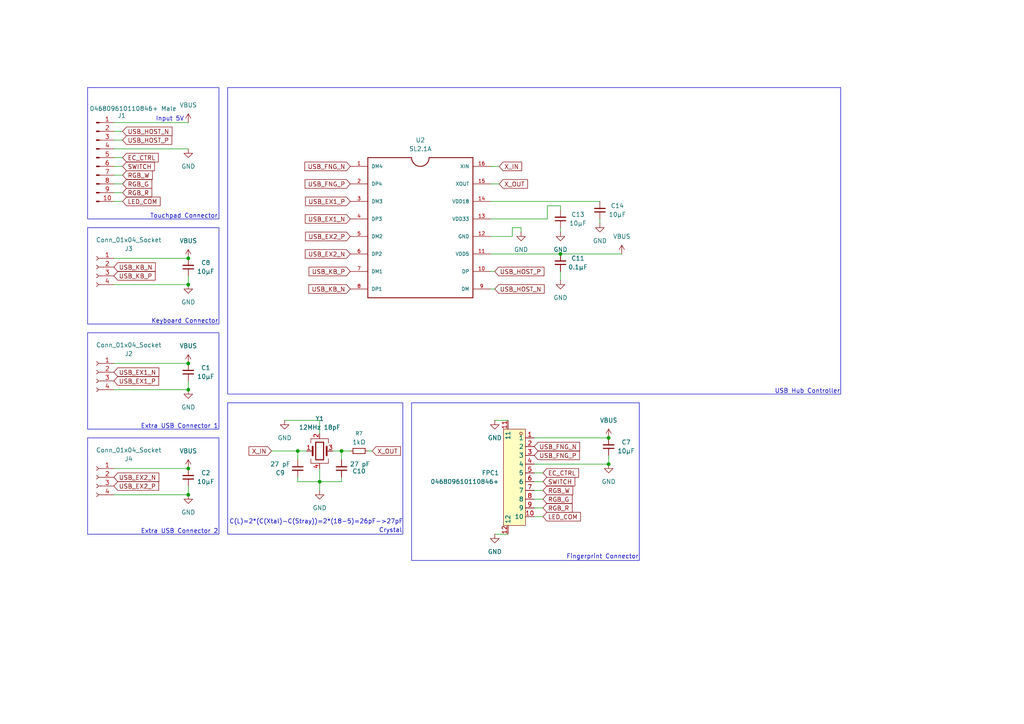
<source format=kicad_sch>
(kicad_sch (version 20250114) (generator "eeschema") (generator_version "9.0")
  (paper "A4")
  (lib_symbols
    (symbol "Connector:Conn_01x04_Socket" (pin_names (offset 1.016) (hide yes))
      (property "Reference" "J" (at 0 5.08 0))
      (property "Value" "Conn_01x04_Socket" (at 0 -7.62 0))
      (symbol "Conn_01x04_Socket_1_1"
        (polyline (pts (xy -1.27 2.54) (xy -0.508 2.54)) (stroke (width 0.1524)))
        (polyline (pts (xy -1.27 0) (xy -0.508 0)) (stroke (width 0.1524)))
        (polyline (pts (xy -1.27 -2.54) (xy -0.508 -2.54)) (stroke (width 0.1524)))
        (polyline (pts (xy -1.27 -5.08) (xy -0.508 -5.08)) (stroke (width 0.1524)))
        (arc (start 0 2.032) (mid -0.5058 2.54) (end 0 3.048) (stroke (width 0.1524)))
        (arc (start 0 -0.508) (mid -0.5058 0) (end 0 0.508) (stroke (width 0.1524)))
        (arc (start 0 -3.048) (mid -0.5058 -2.54) (end 0 -2.032) (stroke (width 0.1524)))
        (arc (start 0 -5.588) (mid -0.5058 -5.08) (end 0 -4.572) (stroke (width 0.1524)))
        (pin passive line (at -5.08 2.54 0) (length 3.81) (name "Pin_1") (number "1"))
        (pin passive line (at -5.08 0 0) (length 3.81) (name "Pin_2") (number "2"))
        (pin passive line (at -5.08 -2.54 0) (length 3.81) (name "Pin_3") (number "3"))
        (pin passive line (at -5.08 -5.08 0) (length 3.81) (name "Pin_4") (number "4"))
      )
    )
    (symbol "Connector:Conn_01x10_Pin" (pin_names (offset 1.016) (hide yes))
      (property "Reference" "J" (at 0 12.7 0))
      (property "Value" "Conn_01x10_Pin" (at 0 -15.24 0))
      (symbol "Conn_01x10_Pin_1_1"
        (rectangle (start 0.8636 10.287) (end 0 10.033) (stroke (width 0.1524)) (fill (type outline)))
        (rectangle (start 0.8636 7.747) (end 0 7.493) (stroke (width 0.1524)) (fill (type outline)))
        (rectangle (start 0.8636 5.207) (end 0 4.953) (stroke (width 0.1524)) (fill (type outline)))
        (rectangle (start 0.8636 2.667) (end 0 2.413) (stroke (width 0.1524)) (fill (type outline)))
        (rectangle (start 0.8636 0.127) (end 0 -0.127) (stroke (width 0.1524)) (fill (type outline)))
        (rectangle (start 0.8636 -2.413) (end 0 -2.667) (stroke (width 0.1524)) (fill (type outline)))
        (rectangle (start 0.8636 -4.953) (end 0 -5.207) (stroke (width 0.1524)) (fill (type outline)))
        (rectangle (start 0.8636 -7.493) (end 0 -7.747) (stroke (width 0.1524)) (fill (type outline)))
        (rectangle (start 0.8636 -10.033) (end 0 -10.287) (stroke (width 0.1524)) (fill (type outline)))
        (rectangle (start 0.8636 -12.573) (end 0 -12.827) (stroke (width 0.1524)) (fill (type outline)))
        (polyline (pts (xy 1.27 10.16) (xy 0.8636 10.16)) (stroke (width 0.1524)))
        (polyline (pts (xy 1.27 7.62) (xy 0.8636 7.62)) (stroke (width 0.1524)))
        (polyline (pts (xy 1.27 5.08) (xy 0.8636 5.08)) (stroke (width 0.1524)))
        (polyline (pts (xy 1.27 2.54) (xy 0.8636 2.54)) (stroke (width 0.1524)))
        (polyline (pts (xy 1.27 0) (xy 0.8636 0)) (stroke (width 0.1524)))
        (polyline (pts (xy 1.27 -2.54) (xy 0.8636 -2.54)) (stroke (width 0.1524)))
        (polyline (pts (xy 1.27 -5.08) (xy 0.8636 -5.08)) (stroke (width 0.1524)))
        (polyline (pts (xy 1.27 -7.62) (xy 0.8636 -7.62)) (stroke (width 0.1524)))
        (polyline (pts (xy 1.27 -10.16) (xy 0.8636 -10.16)) (stroke (width 0.1524)))
        (polyline (pts (xy 1.27 -12.7) (xy 0.8636 -12.7)) (stroke (width 0.1524)))
        (pin passive line (at 5.08 10.16 180) (length 3.81) (name "Pin_1") (number "1"))
        (pin passive line (at 5.08 7.62 180) (length 3.81) (name "Pin_2") (number "2"))
        (pin passive line (at 5.08 5.08 180) (length 3.81) (name "Pin_3") (number "3"))
        (pin passive line (at 5.08 2.54 180) (length 3.81) (name "Pin_4") (number "4"))
        (pin passive line (at 5.08 0 180) (length 3.81) (name "Pin_5") (number "5"))
        (pin passive line (at 5.08 -2.54 180) (length 3.81) (name "Pin_6") (number "6"))
        (pin passive line (at 5.08 -5.08 180) (length 3.81) (name "Pin_7") (number "7"))
        (pin passive line (at 5.08 -7.62 180) (length 3.81) (name "Pin_8") (number "8"))
        (pin passive line (at 5.08 -10.16 180) (length 3.81) (name "Pin_9") (number "9"))
        (pin passive line (at 5.08 -12.7 180) (length 3.81) (name "Pin_10") (number "10"))
      )
    )
    (symbol "Device:C_Small" (pin_numbers (hide yes)) (pin_names (offset 0.254) (hide yes))
      (property "Reference" "C" (at 0.254 1.778 0))
      (property "Value" "C_Small" (at 0.254 -2.032 0))
      (symbol "C_Small_0_1"
        (polyline (pts (xy -1.524 0.508) (xy 1.524 0.508)) (stroke (width 0.3048)))
        (polyline (pts (xy -1.524 -0.508) (xy 1.524 -0.508)) (stroke (width 0.3302)))
      )
      (symbol "C_Small_1_1"
        (pin passive line (at 0 2.54 270) (length 2.032) (name "~") (number "1"))
        (pin passive line (at 0 -2.54 90) (length 2.032) (name "~") (number "2"))
      )
    )
    (symbol "Device:Crystal_GND24" (pin_names (offset 1.016) (hide yes))
      (property "Reference" "Y" (at 3.175 5.08 0))
      (property "Value" "Crystal_GND24" (at 3.175 3.175 0))
      (symbol "Crystal_GND24_0_1"
        (polyline (pts (xy -2.54 2.286) (xy -2.54 3.556) (xy 2.54 3.556) (xy 2.54 2.286)))
        (polyline (pts (xy -2.54 0) (xy -2.032 0)))
        (polyline (pts (xy -2.54 -2.286) (xy -2.54 -3.556) (xy 2.54 -3.556) (xy 2.54 -2.286)))
        (polyline (pts (xy -2.032 -1.27) (xy -2.032 1.27)) (stroke (width 0.508)))
        (rectangle (start -1.143 2.54) (end 1.143 -2.54) (stroke (width 0.3048)))
        (polyline (pts (xy 0 3.556) (xy 0 3.81)))
        (polyline (pts (xy 0 -3.81) (xy 0 -3.556)))
        (polyline (pts (xy 2.032 0) (xy 2.54 0)))
        (polyline (pts (xy 2.032 -1.27) (xy 2.032 1.27)) (stroke (width 0.508)))
      )
      (symbol "Crystal_GND24_1_1"
        (pin passive line (at -3.81 0 0) (length 1.27) (name "1") (number "1"))
        (pin passive line (at 0 5.08 270) (length 1.27) (name "2") (number "2"))
        (pin passive line (at 0 -5.08 90) (length 1.27) (name "4") (number "4"))
        (pin passive line (at 3.81 0 180) (length 1.27) (name "3") (number "3"))
      )
    )
    (symbol "Device:R_Small" (pin_numbers (hide yes)) (pin_names (offset 0.254) (hide yes))
      (property "Reference" "R" (at 0 0 90))
      (property "Value" "R_Small" (at 1.778 0 90))
      (symbol "R_Small_0_1"
        (rectangle (start -0.762 1.778) (end 0.762 -1.778) (stroke (width 0.2032)))
      )
      (symbol "R_Small_1_1"
        (pin passive line (at 0 2.54 270) (length 0.762) (name "~") (number "1"))
        (pin passive line (at 0 -2.54 90) (length 0.762) (name "~") (number "2"))
      )
    )
    (symbol "SL2.1A:SL2.1A" (pin_names (offset 1.016))
      (property "Reference" "U" (at 0 22.86 0))
      (property "Value" "SL2.1A" (at 0 -22.86 0))
      (symbol "SL2.1A_0_0"
        (polyline (pts (xy -15.24 20.32) (xy -15.24 -20.32)) (stroke (width 0.254)))
        (polyline (pts (xy -15.24 -20.32) (xy 15.24 -20.32)) (stroke (width 0.254)))
        (polyline (pts (xy -2.54 20.32) (xy -15.24 20.32)) (stroke (width 0.254)))
        (arc (start 2.54 20.32) (mid 0 17.791) (end -2.54 20.32) (stroke (width 0.254)))
        (polyline (pts (xy 15.24 20.32) (xy 2.54 20.32)) (stroke (width 0.254)))
        (polyline (pts (xy 15.24 -20.32) (xy 15.24 20.32)) (stroke (width 0.254)))
        (pin bidirectional line (at -20.32 17.78 0) (length 5.08) (name "DM4") (number "1"))
        (pin bidirectional line (at -20.32 12.7 0) (length 5.08) (name "DP4") (number "2"))
        (pin bidirectional line (at -20.32 7.62 0) (length 5.08) (name "DM3") (number "3"))
        (pin bidirectional line (at -20.32 2.54 0) (length 5.08) (name "DP3") (number "4"))
        (pin bidirectional line (at -20.32 -2.54 0) (length 5.08) (name "DM2") (number "5"))
        (pin bidirectional line (at -20.32 -7.62 0) (length 5.08) (name "DP2") (number "6"))
        (pin bidirectional line (at -20.32 -12.7 0) (length 5.08) (name "DM1") (number "7"))
        (pin bidirectional line (at -20.32 -17.78 0) (length 5.08) (name "DP1") (number "8"))
        (pin bidirectional line (at 20.32 17.78 180) (length 5.08) (name "XIN") (number "16"))
        (pin bidirectional line (at 20.32 12.7 180) (length 5.08) (name "XOUT") (number "15"))
        (pin bidirectional line (at 20.32 7.62 180) (length 5.08) (name "VDD18") (number "14"))
        (pin bidirectional line (at 20.32 2.54 180) (length 5.08) (name "VDD33") (number "13"))
        (pin bidirectional line (at 20.32 -2.54 180) (length 5.08) (name "GND") (number "12"))
        (pin bidirectional line (at 20.32 -7.62 180) (length 5.08) (name "VDD5") (number "11"))
        (pin bidirectional line (at 20.32 -12.7 180) (length 5.08) (name "DP") (number "10"))
        (pin bidirectional line (at 20.32 -17.78 180) (length 5.08) (name "DM") (number "9"))
      )
    )
    (symbol "easyeda2kicad:046809610110846+"
      (property "Reference" "FPC" (at 0 21.59 0))
      (property "Value" "046809610110846+" (at 0 -21.59 0))
      (symbol "046809610110846+_0_1"
        (rectangle (start -1.27 13.97) (end 5.08 -13.97) (fill (type background)))
        (circle (center 0 12.7) (radius 0.38))
        (pin unspecified line (at -3.81 11.43 0) (length 2.54) (name "1") (number "1"))
        (pin unspecified line (at -3.81 8.89 0) (length 2.54) (name "2") (number "2"))
        (pin unspecified line (at -3.81 6.35 0) (length 2.54) (name "3") (number "3"))
        (pin unspecified line (at -3.81 3.81 0) (length 2.54) (name "4") (number "4"))
        (pin unspecified line (at -3.81 1.27 0) (length 2.54) (name "5") (number "5"))
        (pin unspecified line (at -3.81 -1.27 0) (length 2.54) (name "6") (number "6"))
        (pin unspecified line (at -3.81 -3.81 0) (length 2.54) (name "7") (number "7"))
        (pin unspecified line (at -3.81 -6.35 0) (length 2.54) (name "8") (number "8"))
        (pin unspecified line (at -3.81 -8.89 0) (length 2.54) (name "9") (number "9"))
        (pin unspecified line (at -3.81 -11.43 0) (length 2.54) (name "10") (number "10"))
        (pin unspecified line (at 3.81 16.51 270) (length 2.54) (name "11") (number "11"))
        (pin unspecified line (at 3.81 -16.51 90) (length 2.54) (name "12") (number "12"))
      )
    )
    (symbol "power:GND" (power) (pin_numbers (hide yes)) (pin_names (offset 0) (hide yes))
      (property "Value" "GND" (at 0 -3.81 0))
      (symbol "GND_0_1"
        (polyline (pts (xy 0 0) (xy 0 -1.27) (xy 1.27 -1.27) (xy 0 -2.54) (xy -1.27 -1.27) (xy 0 -1.27)))
      )
      (symbol "GND_1_1"
        (pin power_in line (at 0 0 270) (length 0) (name "~") (number "1"))
      )
    )
    (symbol "power:VBUS" (power) (pin_numbers (hide yes)) (pin_names (offset 0) (hide yes))
      (property "Value" "VBUS" (at 0 3.556 0))
      (symbol "VBUS_0_1"
        (polyline (pts (xy -0.762 1.27) (xy 0 2.54)))
        (polyline (pts (xy 0 2.54) (xy 0.762 1.27)))
        (polyline (pts (xy 0 0) (xy 0 2.54)))
      )
      (symbol "VBUS_1_1"
        (pin power_in line (at 0 0 90) (length 0) (name "~") (number "1"))
      )
    )
  )
  (rectangle (start 66.04 116.84) (end 116.84 154.94))
  (rectangle (start 25.4 127) (end 63.5 154.94))
  (rectangle (start 66.04 25.4) (end 243.84 114.3))
  (rectangle (start 25.4 25.4) (end 63.5 63.5))
  (rectangle (start 25.4 66.04) (end 63.5 93.98))
  (rectangle (start 25.4 96.52) (end 63.5 124.46))
  (rectangle (start 119.38 116.84) (end 185.42 162.56))
  (text "USB Hub Controller" (at 234.188 113.538 0) (effects (font (size 1.27 1.27))))
  (text "Extra USB Connector 1" (at 52.07 123.698 0) (effects (font (size 1.27 1.27))))
  (text "Keyboard Connector" (at 53.594 93.218 0) (effects (font (size 1.27 1.27))))
  (text "Extra USB Connector 2" (at 52.07 154.178 0) (effects (font (size 1.27 1.27))))
  (text "Crystal" (at 113.284 153.924 0) (effects (font (size 1.27 1.27))))
  (text "Touchpad Connector" (at 53.34 62.738 0) (effects (font (size 1.27 1.27))))
  (text "Fingerprint Connector" (at 174.752 161.544 0) (effects (font (size 1.27 1.27))))
  (text "C(L)=2*(C(Xtal)-C(Stray))=2*(18-5)=26pF->27pF" (at 91.694 151.384 0) (effects (font (size 1.27 1.27))))
  (text "Input 5V" (at 49.276 34.544 0) (effects (font (size 1.27 1.27))))
  (junction (at 176.53 134.62))
  (junction (at 54.61 135.89))
  (junction (at 99.06 130.81))
  (junction (at 162.56 73.66))
  (junction (at 86.36 130.81))
  (junction (at 54.61 105.41))
  (junction (at 54.61 74.93))
  (junction (at 176.53 127))
  (junction (at 92.71 139.7))
  (junction (at 54.61 113.03))
  (junction (at 54.61 82.55))
  (junction (at 54.61 143.51))
  (wire (pts (xy 99.06 130.81) (xy 99.06 133.35)))
  (wire (pts (xy 151.13 66.04) (xy 151.13 67.31)))
  (wire (pts (xy 54.61 74.93) (xy 33.02 74.93)))
  (wire (pts (xy 54.61 110.49) (xy 54.61 113.03)))
  (wire (pts (xy 144.78 48.26) (xy 142.24 48.26)))
  (wire (pts (xy 35.56 40.64) (xy 33.02 40.64)))
  (wire (pts (xy 96.52 130.81) (xy 99.06 130.81)))
  (wire (pts (xy 162.56 73.66) (xy 180.34 73.66)))
  (wire (pts (xy 35.56 38.1) (xy 33.02 38.1)))
  (wire (pts (xy 86.36 139.7) (xy 86.36 138.43)))
  (wire (pts (xy 92.71 125.73) (xy 92.71 121.92)))
  (wire (pts (xy 143.51 78.74) (xy 142.24 78.74)))
  (wire (pts (xy 142.24 58.42) (xy 173.99 58.42)))
  (wire (pts (xy 92.71 121.92) (xy 82.55 121.92)))
  (wire (pts (xy 173.99 64.77) (xy 173.99 63.5)))
  (wire (pts (xy 54.61 80.01) (xy 54.61 82.55)))
  (wire (pts (xy 54.61 105.41) (xy 33.02 105.41)))
  (wire (pts (xy 33.02 143.51) (xy 54.61 143.51)))
  (wire (pts (xy 162.56 67.31) (xy 162.56 66.04)))
  (wire (pts (xy 106.68 130.81) (xy 107.95 130.81)))
  (wire (pts (xy 157.48 147.32) (xy 154.94 147.32)))
  (wire (pts (xy 92.71 135.89) (xy 92.71 139.7)))
  (wire (pts (xy 157.48 142.24) (xy 154.94 142.24)))
  (wire (pts (xy 35.56 48.26) (xy 33.02 48.26)))
  (wire (pts (xy 148.59 66.04) (xy 148.59 68.58)))
  (wire (pts (xy 35.56 55.88) (xy 33.02 55.88)))
  (wire (pts (xy 54.61 43.18) (xy 33.02 43.18)))
  (wire (pts (xy 158.75 59.69) (xy 158.75 63.5)))
  (wire (pts (xy 157.48 144.78) (xy 154.94 144.78)))
  (wire (pts (xy 35.56 50.8) (xy 33.02 50.8)))
  (wire (pts (xy 33.02 82.55) (xy 54.61 82.55)))
  (wire (pts (xy 54.61 140.97) (xy 54.61 143.51)))
  (wire (pts (xy 162.56 59.69) (xy 162.56 60.96)))
  (wire (pts (xy 33.02 113.03) (xy 54.61 113.03)))
  (wire (pts (xy 86.36 130.81) (xy 86.36 133.35)))
  (wire (pts (xy 92.71 139.7) (xy 99.06 139.7)))
  (wire (pts (xy 86.36 130.81) (xy 88.9 130.81)))
  (wire (pts (xy 162.56 81.28) (xy 162.56 78.74)))
  (wire (pts (xy 154.94 134.62) (xy 176.53 134.62)))
  (wire (pts (xy 143.51 121.92) (xy 147.32 121.92)))
  (wire (pts (xy 92.71 142.24) (xy 92.71 139.7)))
  (wire (pts (xy 54.61 135.89) (xy 33.02 135.89)))
  (wire (pts (xy 157.48 139.7) (xy 154.94 139.7)))
  (wire (pts (xy 144.78 53.34) (xy 142.24 53.34)))
  (wire (pts (xy 143.51 83.82) (xy 142.24 83.82)))
  (wire (pts (xy 176.53 132.08) (xy 176.53 134.62)))
  (wire (pts (xy 148.59 68.58) (xy 142.24 68.58)))
  (wire (pts (xy 142.24 73.66) (xy 162.56 73.66)))
  (wire (pts (xy 35.56 45.72) (xy 33.02 45.72)))
  (wire (pts (xy 158.75 63.5) (xy 142.24 63.5)))
  (wire (pts (xy 157.48 137.16) (xy 154.94 137.16)))
  (wire (pts (xy 157.48 149.86) (xy 154.94 149.86)))
  (wire (pts (xy 78.74 130.81) (xy 86.36 130.81)))
  (wire (pts (xy 176.53 127) (xy 154.94 127)))
  (wire (pts (xy 158.75 59.69) (xy 162.56 59.69)))
  (wire (pts (xy 99.06 139.7) (xy 99.06 138.43)))
  (wire (pts (xy 143.51 154.94) (xy 147.32 154.94)))
  (wire (pts (xy 99.06 130.81) (xy 101.6 130.81)))
  (wire (pts (xy 35.56 53.34) (xy 33.02 53.34)))
  (wire (pts (xy 151.13 66.04) (xy 148.59 66.04)))
  (wire (pts (xy 86.36 139.7) (xy 92.71 139.7)))
  (wire (pts (xy 35.56 58.42) (xy 33.02 58.42)))
  (wire (pts (xy 54.61 35.56) (xy 33.02 35.56)))
  (global_label "USB_HOST_P" (shape input) (at 35.56 40.64 0) (property "Intersheetrefs" "${INTERSHEET_REFS}" (effects (hide yes))))
  (global_label "EC_CTRL" (shape input) (at 157.48 137.16 0) (property "Intersheetrefs" "${INTERSHEET_REFS}" (effects (hide yes))))
  (global_label "RGB_R" (shape input) (at 35.56 55.88 0) (property "Intersheetrefs" "${INTERSHEET_REFS}" (effects (hide yes))))
  (global_label "USB_EX1_P" (shape input) (at 33.02 110.49 0) (property "Intersheetrefs" "${INTERSHEET_REFS}" (effects (hide yes))))
  (global_label "USB_EX2_N" (shape input) (at 101.6 73.66 180) (property "Intersheetrefs" "${INTERSHEET_REFS}" (effects (hide yes))))
  (global_label "USB_EX2_P" (shape input) (at 101.6 68.58 180) (property "Intersheetrefs" "${INTERSHEET_REFS}" (effects (hide yes))))
  (global_label "EC_CTRL" (shape input) (at 35.56 45.72 0) (property "Intersheetrefs" "${INTERSHEET_REFS}" (effects (hide yes))))
  (global_label "USB_EX2_N" (shape input) (at 33.02 138.43 0) (property "Intersheetrefs" "${INTERSHEET_REFS}" (effects (hide yes))))
  (global_label "USB_KB_N" (shape input) (at 33.02 77.47 0) (property "Intersheetrefs" "${INTERSHEET_REFS}" (effects (hide yes))))
  (global_label "USB_HOST_P" (shape input) (at 143.51 78.74 0) (property "Intersheetrefs" "${INTERSHEET_REFS}" (effects (hide yes))))
  (global_label "USB_EX1_N" (shape input) (at 101.6 63.5 180) (property "Intersheetrefs" "${INTERSHEET_REFS}" (effects (hide yes))))
  (global_label "X_IN" (shape input) (at 144.78 48.26 0) (property "Intersheetrefs" "${INTERSHEET_REFS}" (effects (hide yes))))
  (global_label "USB_FNG_N" (shape input) (at 154.94 129.54 0) (property "Intersheetrefs" "${INTERSHEET_REFS}" (effects (hide yes))))
  (global_label "USB_FNG_P" (shape input) (at 101.6 53.34 180) (property "Intersheetrefs" "${INTERSHEET_REFS}" (effects (hide yes))))
  (global_label "LED_COM" (shape input) (at 157.48 149.86 0) (property "Intersheetrefs" "${INTERSHEET_REFS}" (effects (hide yes))))
  (global_label "RGB_W" (shape input) (at 157.48 142.24 0) (property "Intersheetrefs" "${INTERSHEET_REFS}" (effects (hide yes))))
  (global_label "USB_EX1_N" (shape input) (at 33.02 107.95 0) (property "Intersheetrefs" "${INTERSHEET_REFS}" (effects (hide yes))))
  (global_label "RGB_G" (shape input) (at 35.56 53.34 0) (property "Intersheetrefs" "${INTERSHEET_REFS}" (effects (hide yes))))
  (global_label "X_OUT" (shape input) (at 107.95 130.81 0) (property "Intersheetrefs" "${INTERSHEET_REFS}" (effects (hide yes))))
  (global_label "X_OUT" (shape input) (at 144.78 53.34 0) (property "Intersheetrefs" "${INTERSHEET_REFS}" (effects (hide yes))))
  (global_label "USB_EX1_P" (shape input) (at 101.6 58.42 180) (property "Intersheetrefs" "${INTERSHEET_REFS}" (effects (hide yes))))
  (global_label "USB_HOST_N" (shape input) (at 35.56 38.1 0) (property "Intersheetrefs" "${INTERSHEET_REFS}" (effects (hide yes))))
  (global_label "SWITCH" (shape input) (at 35.56 48.26 0) (property "Intersheetrefs" "${INTERSHEET_REFS}" (effects (hide yes))))
  (global_label "X_IN" (shape input) (at 78.74 130.81 180) (property "Intersheetrefs" "${INTERSHEET_REFS}" (effects (hide yes))))
  (global_label "USB_KB_P" (shape input) (at 101.6 78.74 180) (property "Intersheetrefs" "${INTERSHEET_REFS}" (effects (hide yes))))
  (global_label "USB_EX2_P" (shape input) (at 33.02 140.97 0) (property "Intersheetrefs" "${INTERSHEET_REFS}" (effects (hide yes))))
  (global_label "RGB_G" (shape input) (at 157.48 144.78 0) (property "Intersheetrefs" "${INTERSHEET_REFS}" (effects (hide yes))))
  (global_label "USB_KB_N" (shape input) (at 101.6 83.82 180) (property "Intersheetrefs" "${INTERSHEET_REFS}" (effects (hide yes))))
  (global_label "USB_FNG_P" (shape input) (at 154.94 132.08 0) (property "Intersheetrefs" "${INTERSHEET_REFS}" (effects (hide yes))))
  (global_label "USB_FNG_N" (shape input) (at 101.6 48.26 180) (property "Intersheetrefs" "${INTERSHEET_REFS}" (effects (hide yes))))
  (global_label "RGB_W" (shape input) (at 35.56 50.8 0) (property "Intersheetrefs" "${INTERSHEET_REFS}" (effects (hide yes))))
  (global_label "USB_HOST_N" (shape input) (at 143.51 83.82 0) (property "Intersheetrefs" "${INTERSHEET_REFS}" (effects (hide yes))))
  (global_label "USB_KB_P" (shape input) (at 33.02 80.01 0) (property "Intersheetrefs" "${INTERSHEET_REFS}" (effects (hide yes))))
  (global_label "SWITCH" (shape input) (at 157.48 139.7 0) (property "Intersheetrefs" "${INTERSHEET_REFS}" (effects (hide yes))))
  (global_label "LED_COM" (shape input) (at 35.56 58.42 0) (property "Intersheetrefs" "${INTERSHEET_REFS}" (effects (hide yes))))
  (global_label "RGB_R" (shape input) (at 157.48 147.32 0) (property "Intersheetrefs" "${INTERSHEET_REFS}" (effects (hide yes))))
  (symbol (lib_id "easyeda2kicad:046809610110846+") (at 151.13 138.43 0) (mirror y) (unit 1)
    (property "Reference" "FPC1" (at 144.78 137.1599 0) (effects (justify left)))
    (property "Value" "046809610110846+" (at 144.78 139.6999 0) (effects (justify left)))
    (property "Footprint" "easyeda2kicad:CONN-SMD_10P-P0.50_046809610110846" (effects (hide yes)))
    (property "LCSC Part" "C5464531" (effects (hide yes)))
  )
  (symbol (lib_id "power:GND") (at 54.61 43.18 0) (unit 1)
    (property "Reference" "#PWR02" (effects (hide yes)))
    (property "Value" "GND" (at 54.61 48.26 0))
    (property "Description" "Power symbol creates a global label with name \"GND\" , ground" (effects (hide yes)))
  )
  (symbol (lib_id "Device:C_Small") (at 162.56 76.2 0) (mirror x) (unit 1)
    (property "Reference" "C11" (at 167.6337 74.93 0))
    (property "Value" "0.1μF" (at 167.6337 77.47 0))
    (property "Footprint" "Capacitor_SMD:C_0805_2012Metric_Pad1.18x1.45mm_HandSolder" (effects (hide yes)))
    (property "Description" "Unpolarized capacitor, small symbol" (effects (hide yes)))
  )
  (symbol (lib_id "Device:C_Small") (at 54.61 107.95 0) (mirror x) (unit 1)
    (property "Reference" "C1" (at 59.6837 106.68 0))
    (property "Value" "10μF" (at 59.6837 109.22 0))
    (property "Footprint" "Capacitor_SMD:C_0805_2012Metric_Pad1.18x1.45mm_HandSolder" (effects (hide yes)))
    (property "Description" "Unpolarized capacitor, small symbol" (effects (hide yes)))
  )
  (symbol (lib_id "power:GND") (at 173.99 64.77 0) (unit 1)
    (property "Reference" "#PWR028" (effects (hide yes)))
    (property "Value" "GND" (at 173.99 69.85 0))
    (property "Description" "Power symbol creates a global label with name \"GND\" , ground" (effects (hide yes)))
  )
  (symbol (lib_id "power:VBUS") (at 54.61 74.93 0) (unit 1)
    (property "Reference" "#PWR07" (effects (hide yes)))
    (property "Value" "VBUS" (at 54.61 69.85 0))
    (property "Description" "Power symbol creates a global label with name \"VBUS\"" (effects (hide yes)))
  )
  (symbol (lib_id "power:VBUS") (at 176.53 127 0) (unit 1)
    (property "Reference" "#PWR013" (effects (hide yes)))
    (property "Value" "VBUS" (at 176.53 121.92 0))
    (property "Description" "Power symbol creates a global label with name \"VBUS\"" (effects (hide yes)))
  )
  (symbol (lib_id "power:GND") (at 176.53 134.62 0) (unit 1)
    (property "Reference" "#PWR04" (effects (hide yes)))
    (property "Value" "GND" (at 176.53 139.7 0))
    (property "Description" "Power symbol creates a global label with name \"GND\" , ground" (effects (hide yes)))
  )
  (symbol (lib_id "power:GND") (at 82.55 121.92 0) (unit 1)
    (property "Reference" "#PWR022" (effects (hide yes)))
    (property "Value" "GND" (at 82.55 127 0))
    (property "Description" "Power symbol creates a global label with name \"GND\" , ground" (effects (hide yes)))
  )
  (symbol (lib_id "Device:C_Small") (at 173.99 60.96 0) (mirror x) (unit 1)
    (property "Reference" "C14" (at 179.0637 59.69 0))
    (property "Value" "10μF" (at 179.0637 62.23 0))
    (property "Footprint" "Capacitor_SMD:C_0805_2012Metric_Pad1.18x1.45mm_HandSolder" (effects (hide yes)))
    (property "Description" "Unpolarized capacitor, small symbol" (effects (hide yes)))
  )
  (symbol (lib_id "power:VBUS") (at 54.61 105.41 0) (unit 1)
    (property "Reference" "#PWR01" (effects (hide yes)))
    (property "Value" "VBUS" (at 54.61 100.33 0))
    (property "Description" "Power symbol creates a global label with name \"VBUS\"" (effects (hide yes)))
  )
  (symbol (lib_id "power:GND") (at 54.61 113.03 0) (unit 1)
    (property "Reference" "#PWR03" (effects (hide yes)))
    (property "Value" "GND" (at 54.61 118.11 0))
    (property "Description" "Power symbol creates a global label with name \"GND\" , ground" (effects (hide yes)))
  )
  (symbol (lib_id "Device:C_Small") (at 54.61 138.43 0) (mirror x) (unit 1)
    (property "Reference" "C2" (at 59.6837 137.16 0))
    (property "Value" "10μF" (at 59.6837 139.7 0))
    (property "Footprint" "Capacitor_SMD:C_0805_2012Metric_Pad1.18x1.45mm_HandSolder" (effects (hide yes)))
    (property "Description" "Unpolarized capacitor, small symbol" (effects (hide yes)))
  )
  (symbol (lib_id "power:GND") (at 54.61 82.55 0) (unit 1)
    (property "Reference" "#PWR05" (effects (hide yes)))
    (property "Value" "GND" (at 54.61 87.63 0))
    (property "Description" "Power symbol creates a global label with name \"GND\" , ground" (effects (hide yes)))
  )
  (symbol (lib_id "Device:C_Small") (at 54.61 77.47 0) (mirror x) (unit 1)
    (property "Reference" "C8" (at 59.6837 76.2 0))
    (property "Value" "10μF" (at 59.6837 78.74 0))
    (property "Footprint" "Capacitor_SMD:C_0805_2012Metric_Pad1.18x1.45mm_HandSolder" (effects (hide yes)))
    (property "Description" "Unpolarized capacitor, small symbol" (effects (hide yes)))
  )
  (symbol (lib_id "Device:C_Small") (at 86.36 135.89 0) (mirror y) (unit 1)
    (property "Reference" "C9" (at 81.2863 137.16 0))
    (property "Value" "27 pF" (at 81.2863 134.62 0))
    (property "Footprint" "Capacitor_SMD:C_0805_2012Metric_Pad1.18x1.45mm_HandSolder" (effects (hide yes)))
    (property "Description" "Unpolarized capacitor, small symbol" (effects (hide yes)))
  )
  (symbol (lib_id "Device:C_Small") (at 99.06 135.89 0) (mirror x) (unit 1)
    (property "Reference" "C10" (at 104.14 136.652 0))
    (property "Value" "27 pF" (at 104.394 134.62 0))
    (property "Footprint" "Capacitor_SMD:C_0805_2012Metric_Pad1.18x1.45mm_HandSolder" (effects (hide yes)))
    (property "Description" "Unpolarized capacitor, small symbol" (effects (hide yes)))
  )
  (symbol (lib_id "Device:Crystal_GND24") (at 92.71 130.81 0) (unit 1)
    (property "Reference" "Y1" (at 92.71 121.412 0))
    (property "Value" "12MHz 18pF" (at 92.71 123.952 0))
    (property "Footprint" "Crystal:Crystal_SMD_Abracon_ABM3B-4Pin_5.0x3.2mm" (effects (hide yes)))
    (property "Description" "Four pin crystal, GND on pins 2 and 4" (effects (hide yes)))
  )
  (symbol (lib_id "power:VBUS") (at 54.61 35.56 0) (unit 1)
    (property "Reference" "#PWR016" (effects (hide yes)))
    (property "Value" "VBUS" (at 54.61 30.48 0))
    (property "Description" "Power symbol creates a global label with name \"VBUS\"" (effects (hide yes)))
  )
  (symbol (lib_id "power:GND") (at 162.56 81.28 0) (unit 1)
    (property "Reference" "#PWR024" (effects (hide yes)))
    (property "Value" "GND" (at 162.56 86.36 0))
    (property "Description" "Power symbol creates a global label with name \"GND\" , ground" (effects (hide yes)))
  )
  (symbol (lib_id "power:VBUS") (at 180.34 73.66 0) (unit 1)
    (property "Reference" "#PWR025" (effects (hide yes)))
    (property "Value" "VBUS" (at 180.34 68.58 0))
    (property "Description" "Power symbol creates a global label with name \"VBUS\"" (effects (hide yes)))
  )
  (symbol (lib_id "power:GND") (at 143.51 121.92 0) (unit 1)
    (property "Reference" "#PWR021" (effects (hide yes)))
    (property "Value" "GND" (at 143.51 127 0))
    (property "Description" "Power symbol creates a global label with name \"GND\" , ground" (effects (hide yes)))
  )
  (symbol (lib_id "Connector:Conn_01x04_Socket") (at 27.94 138.43 0) (mirror y) (unit 1)
    (property "Reference" "J4" (at 37.338 133.096 0))
    (property "Value" "Conn_01x04_Socket" (at 37.338 130.556 0))
    (property "Footprint" "Custom:4 pad" (effects (hide yes)))
    (property "Description" "Generic connector, single row, 01x04, script generated" (effects (hide yes)))
  )
  (symbol (lib_id "power:VBUS") (at 54.61 135.89 0) (unit 1)
    (property "Reference" "#PWR06" (effects (hide yes)))
    (property "Value" "VBUS" (at 54.61 130.81 0))
    (property "Description" "Power symbol creates a global label with name \"VBUS\"" (effects (hide yes)))
  )
  (symbol (lib_id "power:GND") (at 54.61 143.51 0) (unit 1)
    (property "Reference" "#PWR08" (effects (hide yes)))
    (property "Value" "GND" (at 54.61 148.59 0))
    (property "Description" "Power symbol creates a global label with name \"GND\" , ground" (effects (hide yes)))
  )
  (symbol (lib_id "Connector:Conn_01x04_Socket") (at 27.94 107.95 0) (mirror y) (unit 1)
    (property "Reference" "J2" (at 37.338 102.616 0))
    (property "Value" "Conn_01x04_Socket" (at 37.338 100.076 0))
    (property "Footprint" "Custom:4 pad" (effects (hide yes)))
    (property "Description" "Generic connector, single row, 01x04, script generated" (effects (hide yes)))
  )
  (symbol (lib_id "Connector:Conn_01x04_Socket") (at 27.94 77.47 0) (mirror y) (unit 1)
    (property "Reference" "J3" (at 37.338 72.136 0))
    (property "Value" "Conn_01x04_Socket" (at 37.338 69.596 0))
    (property "Footprint" "Custom:4 pad" (effects (hide yes)))
    (property "Description" "Generic connector, single row, 01x04, script generated" (effects (hide yes)))
  )
  (symbol (lib_id "power:GND") (at 143.51 154.94 0) (unit 1)
    (property "Reference" "#PWR023" (effects (hide yes)))
    (property "Value" "GND" (at 143.51 160.02 0))
    (property "Description" "Power symbol creates a global label with name \"GND\" , ground" (effects (hide yes)))
  )
  (symbol (lib_id "Device:C_Small") (at 176.53 129.54 0) (mirror x) (unit 1)
    (property "Reference" "C7" (at 181.6037 128.27 0))
    (property "Value" "10μF" (at 181.6037 130.81 0))
    (property "Footprint" "Capacitor_SMD:C_0805_2012Metric_Pad1.18x1.45mm_HandSolder" (effects (hide yes)))
    (property "Description" "Unpolarized capacitor, small symbol" (effects (hide yes)))
  )
  (symbol (lib_id "SL2.1A:SL2.1A") (at 121.92 66.04 0) (unit 1)
    (property "Reference" "U2" (at 121.92 40.64 0))
    (property "Value" "SL2.1A" (at 121.92 43.18 0))
    (property "Footprint" "Custom:SO16" (effects (hide yes)))
    (property "MF" "CoreChips ShenZhen CO.,Ltd" (effects (hide yes)))
    (property "Description_1" "USB 2.0 HIGH SPEED 4-PORT HUB CONTROLLER" (effects (hide yes)))
    (property "Package" "Package" (effects (hide yes)))
    (property "Price" "None" (effects (hide yes)))
    (property "SnapEDA_Link" "https://www.snapeda.com/parts/SL2.1A/CoreChips+ShenZhen+CO.%252CLtd/view-part/?ref=snap" (effects (hide yes)))
    (property "MP" "SL2.1A" (effects (hide yes)))
    (property "Availability" "Not in stock" (effects (hide yes)))
    (property "Check_prices" "https://www.snapeda.com/parts/SL2.1A/CoreChips+ShenZhen+CO.%252CLtd/view-part/?ref=eda" (effects (hide yes)))
  )
  (symbol (lib_id "power:GND") (at 151.13 67.31 0) (unit 1)
    (property "Reference" "#PWR026" (effects (hide yes)))
    (property "Value" "GND" (at 151.13 72.39 0))
    (property "Description" "Power symbol creates a global label with name \"GND\" , ground" (effects (hide yes)))
  )
  (symbol (lib_id "power:GND") (at 162.56 67.31 0) (unit 1)
    (property "Reference" "#PWR027" (effects (hide yes)))
    (property "Value" "GND" (at 162.56 72.39 0))
    (property "Description" "Power symbol creates a global label with name \"GND\" , ground" (effects (hide yes)))
  )
  (symbol (lib_id "Device:C_Small") (at 162.56 63.5 0) (mirror x) (unit 1)
    (property "Reference" "C13" (at 167.6337 62.23 0))
    (property "Value" "10μF" (at 167.6337 64.77 0))
    (property "Footprint" "Capacitor_SMD:C_0805_2012Metric_Pad1.18x1.45mm_HandSolder" (effects (hide yes)))
    (property "Description" "Unpolarized capacitor, small symbol" (effects (hide yes)))
  )
  (symbol (lib_id "power:GND") (at 92.71 142.24 0) (unit 1)
    (property "Reference" "#PWR018" (effects (hide yes)))
    (property "Value" "GND" (at 92.71 147.32 0))
    (property "Description" "Power symbol creates a global label with name \"GND\" , ground" (effects (hide yes)))
  )
  (symbol (lib_id "Device:R_Small") (at 104.14 130.81 270) (unit 1)
    (property "Reference" "R7" (at 104.14 125.73 90) (effects (font (size 1.016 1.016))))
    (property "Value" "1kΩ" (at 104.14 128.27 90))
    (property "Footprint" "Resistor_SMD:R_0805_2012Metric_Pad1.20x1.40mm_HandSolder" (effects (hide yes)))
    (property "Description" "Resistor, small symbol" (effects (hide yes)))
  )
  (symbol (lib_id "Connector:Conn_01x10_Pin") (at 27.94 45.72 0) (unit 1)
    (property "Reference" "J1" (at 35.306 33.528 0))
    (property "Value" "046809610110846+ Male" (at 38.608 31.496 0))
    (property "Footprint" "Custom:Kyocera_046809610110846+_PCB_Edge" (effects (hide yes)))
    (property "Description" "Generic connector, single row, 01x10, script generated" (effects (hide yes)))
  )
)
</source>
